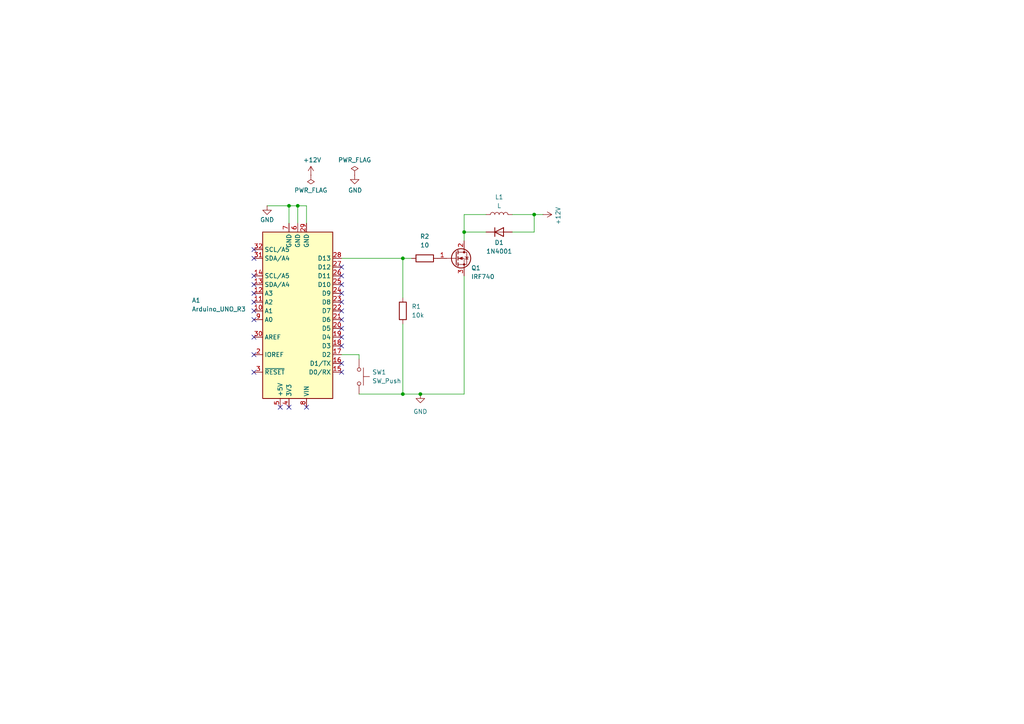
<source format=kicad_sch>
(kicad_sch (version 20250114) (generator "eeschema") (generator_version "9.0")
  (paper "A4")
  (lib_symbols
    (symbol "Device:L" (pin_numbers (hide yes)) (pin_names (offset 1.016) (hide yes))
      (property "Reference" "L" (at -1.27 0 90))
      (property "Value" "L" (at 1.905 0 90))
      (symbol "L_0_1"
        (arc (start 0 2.54) (mid 0.6323 1.905) (end 0 1.27))
        (arc (start 0 1.27) (mid 0.6323 0.635) (end 0 0))
        (arc (start 0 0) (mid 0.6323 -0.635) (end 0 -1.27))
        (arc (start 0 -1.27) (mid 0.6323 -1.905) (end 0 -2.54))
      )
      (symbol "L_1_1"
        (pin passive line (at 0 3.81 270) (length 1.27) (name "1") (number "1"))
        (pin passive line (at 0 -3.81 90) (length 1.27) (name "2") (number "2"))
      )
    )
    (symbol "Device:R" (pin_numbers (hide yes)) (pin_names (offset 0))
      (property "Reference" "R" (at 2.032 0 90))
      (property "Value" "R" (at 0 0 90))
      (symbol "R_0_1"
        (rectangle (start -1.016 -2.54) (end 1.016 2.54) (stroke (width 0.254)))
      )
      (symbol "R_1_1"
        (pin passive line (at 0 3.81 270) (length 1.27) (name "~") (number "1"))
        (pin passive line (at 0 -3.81 90) (length 1.27) (name "~") (number "2"))
      )
    )
    (symbol "Diode:1N4001" (pin_numbers (hide yes)) (pin_names (hide yes))
      (property "Reference" "D" (at 0 2.54 0))
      (property "Value" "1N4001" (at 0 -2.54 0))
      (symbol "1N4001_0_1"
        (polyline (pts (xy -1.27 1.27) (xy -1.27 -1.27)) (stroke (width 0.254)))
        (polyline (pts (xy 1.27 1.27) (xy 1.27 -1.27) (xy -1.27 0) (xy 1.27 1.27)) (stroke (width 0.254)))
        (polyline (pts (xy 1.27 0) (xy -1.27 0)))
      )
      (symbol "1N4001_1_1"
        (pin passive line (at -3.81 0 0) (length 2.54) (name "K") (number "1"))
        (pin passive line (at 3.81 0 180) (length 2.54) (name "A") (number "2"))
      )
    )
    (symbol "MCU_Module:Arduino_UNO_R3"
      (property "Reference" "A" (at -10.16 23.495 0))
      (property "Value" "Arduino_UNO_R3" (at 5.08 -26.67 0))
      (symbol "Arduino_UNO_R3_0_1"
        (rectangle (start -10.16 22.86) (end 10.16 -25.4) (stroke (width 0.254)) (fill (type background)))
      )
      (symbol "Arduino_UNO_R3_1_1"
        (pin bidirectional line (at -12.7 15.24 0) (length 2.54) (name "D0/RX") (number "15"))
        (pin bidirectional line (at -12.7 12.7 0) (length 2.54) (name "D1/TX") (number "16"))
        (pin bidirectional line (at -12.7 10.16 0) (length 2.54) (name "D2") (number "17"))
        (pin bidirectional line (at -12.7 7.62 0) (length 2.54) (name "D3") (number "18"))
        (pin bidirectional line (at -12.7 5.08 0) (length 2.54) (name "D4") (number "19"))
        (pin bidirectional line (at -12.7 2.54 0) (length 2.54) (name "D5") (number "20"))
        (pin bidirectional line (at -12.7 0 0) (length 2.54) (name "D6") (number "21"))
        (pin bidirectional line (at -12.7 -2.54 0) (length 2.54) (name "D7") (number "22"))
        (pin bidirectional line (at -12.7 -5.08 0) (length 2.54) (name "D8") (number "23"))
        (pin bidirectional line (at -12.7 -7.62 0) (length 2.54) (name "D9") (number "24"))
        (pin bidirectional line (at -12.7 -10.16 0) (length 2.54) (name "D10") (number "25"))
        (pin bidirectional line (at -12.7 -12.7 0) (length 2.54) (name "D11") (number "26"))
        (pin bidirectional line (at -12.7 -15.24 0) (length 2.54) (name "D12") (number "27"))
        (pin bidirectional line (at -12.7 -17.78 0) (length 2.54) (name "D13") (number "28"))
        (pin no_connect line (at -10.16 -20.32 0) (length 2.54) (hide yes) (name "NC") (number "1"))
        (pin power_in line (at -2.54 25.4 270) (length 2.54) (name "VIN") (number "8"))
        (pin power_in line (at -2.54 -27.94 90) (length 2.54) (name "GND") (number "29"))
        (pin power_in line (at 0 -27.94 90) (length 2.54) (name "GND") (number "6"))
        (pin power_out line (at 2.54 25.4 270) (length 2.54) (name "3V3") (number "4"))
        (pin power_in line (at 2.54 -27.94 90) (length 2.54) (name "GND") (number "7"))
        (pin power_out line (at 5.08 25.4 270) (length 2.54) (name "+5V") (number "5"))
        (pin input line (at 12.7 15.24 180) (length 2.54) (name "~{RESET}") (number "3"))
        (pin output line (at 12.7 10.16 180) (length 2.54) (name "IOREF") (number "2"))
        (pin input line (at 12.7 5.08 180) (length 2.54) (name "AREF") (number "30"))
        (pin bidirectional line (at 12.7 0 180) (length 2.54) (name "A0") (number "9"))
        (pin bidirectional line (at 12.7 -2.54 180) (length 2.54) (name "A1") (number "10"))
        (pin bidirectional line (at 12.7 -5.08 180) (length 2.54) (name "A2") (number "11"))
        (pin bidirectional line (at 12.7 -7.62 180) (length 2.54) (name "A3") (number "12"))
        (pin bidirectional line (at 12.7 -10.16 180) (length 2.54) (name "SDA/A4") (number "13"))
        (pin bidirectional line (at 12.7 -12.7 180) (length 2.54) (name "SCL/A5") (number "14"))
        (pin bidirectional line (at 12.7 -17.78 180) (length 2.54) (name "SDA/A4") (number "31"))
        (pin bidirectional line (at 12.7 -20.32 180) (length 2.54) (name "SCL/A5") (number "32"))
      )
    )
    (symbol "Switch:SW_Push" (pin_numbers (hide yes)) (pin_names (offset 1.016) (hide yes))
      (property "Reference" "SW" (at 1.27 2.54 0))
      (property "Value" "SW_Push" (at 0 -1.524 0))
      (symbol "SW_Push_0_1"
        (circle (center -2.032 0) (radius 0.508))
        (polyline (pts (xy 0 1.27) (xy 0 3.048)))
        (circle (center 2.032 0) (radius 0.508))
        (polyline (pts (xy 2.54 1.27) (xy -2.54 1.27)))
        (pin passive line (at -5.08 0 0) (length 2.54) (name "1") (number "1"))
        (pin passive line (at 5.08 0 180) (length 2.54) (name "2") (number "2"))
      )
    )
    (symbol "Transistor_FET:IRF740" (pin_names (hide yes))
      (property "Reference" "Q" (at 5.08 1.905 0))
      (property "Value" "IRF740" (at 5.08 0 0))
      (symbol "IRF740_0_1"
        (polyline (pts (xy 0.254 1.905) (xy 0.254 -1.905)) (stroke (width 0.254)))
        (polyline (pts (xy 0.254 0) (xy -2.54 0)))
        (polyline (pts (xy 0.762 2.286) (xy 0.762 1.27)) (stroke (width 0.254)))
        (polyline (pts (xy 0.762 0.508) (xy 0.762 -0.508)) (stroke (width 0.254)))
        (polyline (pts (xy 0.762 -1.27) (xy 0.762 -2.286)) (stroke (width 0.254)))
        (polyline (pts (xy 0.762 -1.778) (xy 3.302 -1.778) (xy 3.302 1.778) (xy 0.762 1.778)))
        (polyline (pts (xy 1.016 0) (xy 2.032 0.381) (xy 2.032 -0.381) (xy 1.016 0)) (fill (type outline)))
        (circle (center 1.651 0) (radius 2.794) (stroke (width 0.254)))
        (polyline (pts (xy 2.54 2.54) (xy 2.54 1.778)))
        (circle (center 2.54 1.778) (radius 0.254) (fill (type outline)))
        (circle (center 2.54 -1.778) (radius 0.254) (fill (type outline)))
        (polyline (pts (xy 2.54 -2.54) (xy 2.54 0) (xy 0.762 0)))
        (polyline (pts (xy 2.794 0.508) (xy 2.921 0.381) (xy 3.683 0.381) (xy 3.81 0.254)))
        (polyline (pts (xy 3.302 0.381) (xy 2.921 -0.254) (xy 3.683 -0.254) (xy 3.302 0.381)))
      )
      (symbol "IRF740_1_1"
        (pin input line (at -5.08 0 0) (length 2.54) (name "G") (number "1"))
        (pin passive line (at 2.54 5.08 270) (length 2.54) (name "D") (number "2"))
        (pin passive line (at 2.54 -5.08 90) (length 2.54) (name "S") (number "3"))
      )
    )
    (symbol "power:+12V" (power) (pin_numbers (hide yes)) (pin_names (offset 0) (hide yes))
      (property "Value" "+12V" (at 0 3.556 0))
      (symbol "+12V_0_1"
        (polyline (pts (xy -0.762 1.27) (xy 0 2.54)))
        (polyline (pts (xy 0 2.54) (xy 0.762 1.27)))
        (polyline (pts (xy 0 0) (xy 0 2.54)))
      )
      (symbol "+12V_1_1"
        (pin power_in line (at 0 0 90) (length 0) (name "~") (number "1"))
      )
    )
    (symbol "power:GND" (power) (pin_numbers (hide yes)) (pin_names (offset 0) (hide yes))
      (property "Value" "GND" (at 0 -3.81 0))
      (symbol "GND_0_1"
        (polyline (pts (xy 0 0) (xy 0 -1.27) (xy 1.27 -1.27) (xy 0 -2.54) (xy -1.27 -1.27) (xy 0 -1.27)))
      )
      (symbol "GND_1_1"
        (pin power_in line (at 0 0 270) (length 0) (name "~") (number "1"))
      )
    )
    (symbol "power:PWR_FLAG" (power) (pin_numbers (hide yes)) (pin_names (offset 0) (hide yes))
      (property "Value" "PWR_FLAG" (at 0 3.81 0))
      (symbol "PWR_FLAG_0_0"
        (pin power_out line (at 0 0 90) (length 0) (name "~") (number "1"))
      )
      (symbol "PWR_FLAG_0_1"
        (polyline (pts (xy 0 0) (xy 0 1.27) (xy -1.016 1.905) (xy 0 2.54) (xy 1.016 1.905) (xy 0 1.27)))
      )
    )
  )
  (junction (at 86.36 59.69))
  (junction (at 134.62 67.31))
  (junction (at 154.94 62.23))
  (junction (at 116.84 114.3))
  (junction (at 116.84 74.93))
  (junction (at 83.82 59.69))
  (junction (at 121.92 114.3))
  (no_connect (at 73.66 92.71))
  (no_connect (at 99.06 105.41))
  (no_connect (at 73.66 107.95))
  (no_connect (at 99.06 95.25))
  (no_connect (at 73.66 74.93))
  (no_connect (at 73.66 72.39))
  (no_connect (at 99.06 82.55))
  (no_connect (at 99.06 90.17))
  (no_connect (at 99.06 107.95))
  (no_connect (at 99.06 87.63))
  (no_connect (at 73.66 90.17))
  (no_connect (at 73.66 82.55))
  (no_connect (at 81.28 118.11))
  (no_connect (at 88.9 118.11))
  (no_connect (at 99.06 92.71))
  (no_connect (at 99.06 97.79))
  (no_connect (at 83.82 118.11))
  (no_connect (at 99.06 100.33))
  (no_connect (at 73.66 97.79))
  (no_connect (at 99.06 77.47))
  (no_connect (at 73.66 87.63))
  (no_connect (at 73.66 85.09))
  (no_connect (at 73.66 102.87))
  (no_connect (at 73.66 80.01))
  (no_connect (at 99.06 80.01))
  (no_connect (at 99.06 85.09))
  (wire (pts (xy 83.82 64.77) (xy 83.82 59.69)))
  (wire (pts (xy 154.94 62.23) (xy 154.94 67.31)))
  (wire (pts (xy 104.14 104.14) (xy 104.14 102.87)))
  (wire (pts (xy 88.9 59.69) (xy 86.36 59.69)))
  (wire (pts (xy 88.9 64.77) (xy 88.9 59.69)))
  (wire (pts (xy 134.62 62.23) (xy 134.62 67.31)))
  (wire (pts (xy 119.38 74.93) (xy 116.84 74.93)))
  (wire (pts (xy 104.14 114.3) (xy 116.84 114.3)))
  (wire (pts (xy 121.92 114.3) (xy 134.62 114.3)))
  (wire (pts (xy 116.84 114.3) (xy 121.92 114.3)))
  (wire (pts (xy 86.36 64.77) (xy 86.36 59.69)))
  (wire (pts (xy 148.59 67.31) (xy 154.94 67.31)))
  (wire (pts (xy 134.62 67.31) (xy 134.62 69.85)))
  (wire (pts (xy 104.14 102.87) (xy 99.06 102.87)))
  (wire (pts (xy 77.47 59.69) (xy 83.82 59.69)))
  (wire (pts (xy 134.62 80.01) (xy 134.62 114.3)))
  (wire (pts (xy 134.62 62.23) (xy 140.97 62.23)))
  (wire (pts (xy 116.84 93.98) (xy 116.84 114.3)))
  (wire (pts (xy 154.94 62.23) (xy 157.48 62.23)))
  (wire (pts (xy 148.59 62.23) (xy 154.94 62.23)))
  (wire (pts (xy 86.36 59.69) (xy 83.82 59.69)))
  (wire (pts (xy 99.06 74.93) (xy 116.84 74.93)))
  (wire (pts (xy 134.62 67.31) (xy 140.97 67.31)))
  (wire (pts (xy 116.84 74.93) (xy 116.84 86.36)))
  (symbol (lib_id "power:GND") (at 102.87 50.8 0) (unit 1)
    (property "Reference" "#PWR0105" (effects (hide yes)))
    (property "Value" "GND" (at 102.997 55.1942 0))
  )
  (symbol (lib_id "power:+12V") (at 90.17 50.8 0) (unit 1)
    (property "Reference" "#PWR0108" (effects (hide yes)))
    (property "Value" "+12V" (at 90.551 46.4058 0))
  )
  (symbol (lib_id "power:PWR_FLAG") (at 90.17 50.8 0) (mirror x) (unit 1)
    (property "Reference" "#FLG0107" (effects (hide yes)))
    (property "Value" "PWR_FLAG" (at 90.17 55.1942 0))
  )
  (symbol (lib_id "power:PWR_FLAG") (at 102.87 50.8 0) (unit 1)
    (property "Reference" "#FLG0108" (effects (hide yes)))
    (property "Value" "PWR_FLAG" (at 102.87 46.4058 0))
  )
  (symbol (lib_id "Diode:1N4001") (at 144.78 67.31 0) (unit 1)
    (property "Reference" "D1" (at 144.78 70.358 0))
    (property "Value" "1N4001" (at 144.78 72.898 0))
    (property "Footprint" "Diode_THT:D_DO-41_SOD81_P10.16mm_Horizontal" (effects (hide yes)))
    (property "Datasheet" "http://www.vishay.com/docs/88503/1n4001.pdf" (effects (hide yes)))
    (property "Description" "50V 1A General Purpose Rectifier Diode, DO-41" (effects (hide yes)))
    (property "Sim.Device" "D" (effects (hide yes)))
    (property "Sim.Pins" "1=K 2=A" (effects (hide yes)))
  )
  (symbol (lib_id "Device:L") (at 144.78 62.23 90) (unit 1)
    (property "Reference" "L1" (at 144.78 57.15 90))
    (property "Value" "L" (at 144.78 59.69 90))
    (property "Description" "Inductor" (effects (hide yes)))
  )
  (symbol (lib_id "power:GND") (at 77.47 59.69 0) (unit 1)
    (property "Reference" "#PWR03" (effects (hide yes)))
    (property "Value" "GND" (at 77.47 63.754 0))
    (property "Description" "Power symbol creates a global label with name \"GND\" , ground" (effects (hide yes)))
  )
  (symbol (lib_id "power:+12V") (at 157.48 62.23 270) (unit 1)
    (property "Reference" "#PWR01" (effects (hide yes)))
    (property "Value" "+12V" (at 161.8742 62.611 0))
  )
  (symbol (lib_id "Switch:SW_Push") (at 104.14 109.22 270) (unit 1)
    (property "Reference" "SW1" (at 107.95 107.9499 90) (effects (justify left)))
    (property "Value" "SW_Push" (at 107.95 110.4899 90) (effects (justify left)))
    (property "Description" "Push button switch, generic, two pins" (effects (hide yes)))
  )
  (symbol (lib_id "Device:R") (at 116.84 90.17 0) (unit 1)
    (property "Reference" "R1" (at 119.38 88.8999 0) (effects (justify left)))
    (property "Value" "10k" (at 119.38 91.4399 0) (effects (justify left)))
    (property "Description" "Resistor" (effects (hide yes)))
  )
  (symbol (lib_id "Transistor_FET:IRF740") (at 132.08 74.93 0) (unit 1)
    (property "Reference" "Q1" (at 136.652 77.724 0) (effects (justify left)))
    (property "Value" "IRF740" (at 136.652 80.264 0) (effects (justify left)))
    (property "Footprint" "Package_TO_SOT_THT:TO-220-3_Vertical" (effects (hide yes)))
    (property "Datasheet" "http://www.vishay.com/docs/91054/91054.pdf" (effects (hide yes)))
    (property "Description" "10A Id, 400V Vds, N-Channel Power MOSFET, 500mOhm Rds, TO-220AB" (effects (hide yes)))
  )
  (symbol (lib_id "Device:R") (at 123.19 74.93 90) (unit 1)
    (property "Reference" "R2" (at 123.19 68.58 90))
    (property "Value" "10" (at 123.19 71.12 90))
    (property "Description" "Resistor" (effects (hide yes)))
  )
  (symbol (lib_id "MCU_Module:Arduino_UNO_R3") (at 86.36 92.71 180) (unit 1)
    (property "Reference" "A1" (at 55.626 87.122 0) (effects (justify right)))
    (property "Value" "Arduino_UNO_R3" (at 55.626 89.662 0) (effects (justify right)))
    (property "Footprint" "Module:Arduino_UNO_R3" (effects (hide yes)))
    (property "Datasheet" "https://www.arduino.cc/en/Main/arduinoBoardUno" (effects (hide yes)))
    (property "Description" "Arduino UNO Microcontroller Module, release 3" (effects (hide yes)))
  )
  (symbol (lib_id "power:GND") (at 121.92 114.3 0) (unit 1)
    (property "Reference" "#PWR02" (effects (hide yes)))
    (property "Value" "GND" (at 121.92 119.38 0))
    (property "Description" "Power symbol creates a global label with name \"GND\" , ground" (effects (hide yes)))
  )
)
</source>
